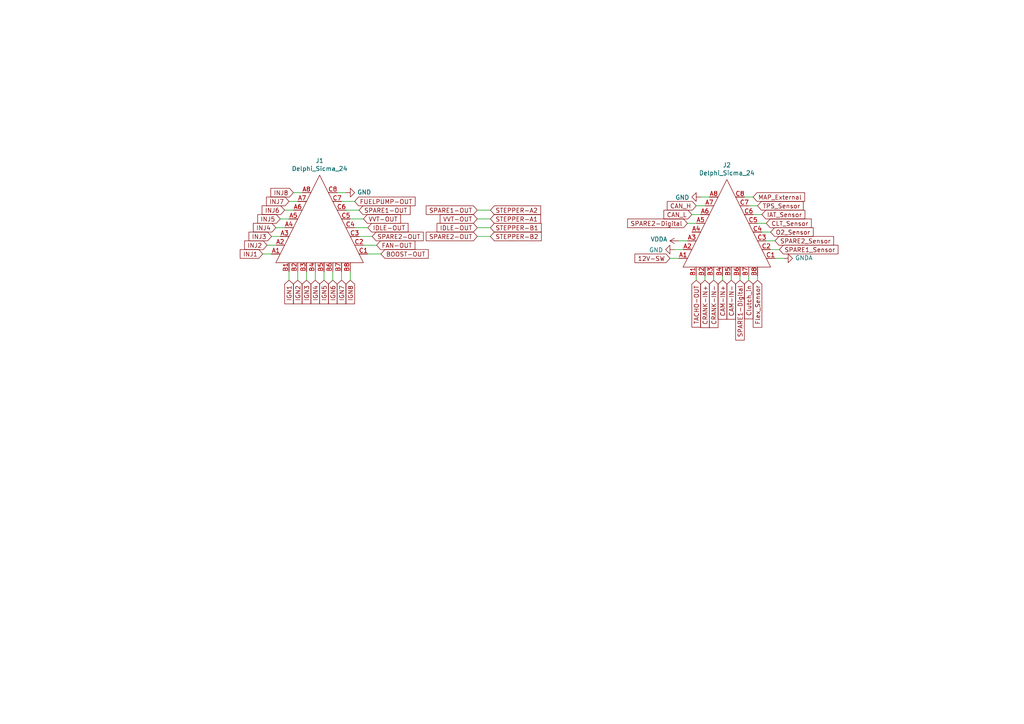
<source format=kicad_sch>
(kicad_sch (version 20230121) (generator eeschema)

  (uuid 1c61f898-9745-4bcb-9a71-630dc3adf9d0)

  (paper "A4")

  (lib_symbols
    (symbol "Connector_Automotive:Delphi_Sicma_24" (pin_names (offset 1.016)) (in_bom yes) (on_board yes)
      (property "Reference" "J" (at 0 1.27 0)
        (effects (font (size 1.27 1.27)))
      )
      (property "Value" "Delphi_Sicma_24" (at 0 -5.08 0)
        (effects (font (size 1.27 1.27)))
      )
      (property "Footprint" "Connector_Automotive:Delphi_Sicma_24_Black" (at 0 0 0)
        (effects (font (size 1.27 1.27)) hide)
      )
      (property "Datasheet" "" (at 0 0 0)
        (effects (font (size 1.27 1.27)) hide)
      )
      (symbol "Delphi_Sicma_24_0_1"
        (polyline
          (pts
            (xy -12.7 -12.7)
            (xy 0 12.7)
            (xy 12.7 -12.7)
            (xy -12.7 -12.7)
          )
          (stroke (width 0) (type default))
          (fill (type none))
        )
      )
      (symbol "Delphi_Sicma_24_1_1"
        (pin passive line (at -13.97 -10.16 0) (length 2.54)
          (name "~" (effects (font (size 1.27 1.27))))
          (number "A1" (effects (font (size 1.27 1.27))))
        )
        (pin passive line (at -12.7 -7.62 0) (length 2.54)
          (name "~" (effects (font (size 1.27 1.27))))
          (number "A2" (effects (font (size 1.27 1.27))))
        )
        (pin passive line (at -11.43 -5.08 0) (length 2.54)
          (name "~" (effects (font (size 1.27 1.27))))
          (number "A3" (effects (font (size 1.27 1.27))))
        )
        (pin passive line (at -10.16 -2.54 0) (length 2.54)
          (name "~" (effects (font (size 1.27 1.27))))
          (number "A4" (effects (font (size 1.27 1.27))))
        )
        (pin passive line (at -8.89 0 0) (length 2.54)
          (name "~" (effects (font (size 1.27 1.27))))
          (number "A5" (effects (font (size 1.27 1.27))))
        )
        (pin passive line (at -7.62 2.54 0) (length 2.54)
          (name "~" (effects (font (size 1.27 1.27))))
          (number "A6" (effects (font (size 1.27 1.27))))
        )
        (pin passive line (at -6.35 5.08 0) (length 2.54)
          (name "~" (effects (font (size 1.27 1.27))))
          (number "A7" (effects (font (size 1.27 1.27))))
        )
        (pin passive line (at -5.08 7.62 0) (length 2.54)
          (name "~" (effects (font (size 1.27 1.27))))
          (number "A8" (effects (font (size 1.27 1.27))))
        )
        (pin passive line (at -8.89 -15.24 90) (length 2.54)
          (name "~" (effects (font (size 1.27 1.27))))
          (number "B1" (effects (font (size 1.27 1.27))))
        )
        (pin passive line (at -6.35 -15.24 90) (length 2.54)
          (name "~" (effects (font (size 1.27 1.27))))
          (number "B2" (effects (font (size 1.27 1.27))))
        )
        (pin passive line (at -3.81 -15.24 90) (length 2.54)
          (name "~" (effects (font (size 1.27 1.27))))
          (number "B3" (effects (font (size 1.27 1.27))))
        )
        (pin passive line (at -1.27 -15.24 90) (length 2.54)
          (name "~" (effects (font (size 1.27 1.27))))
          (number "B4" (effects (font (size 1.27 1.27))))
        )
        (pin passive line (at 1.27 -15.24 90) (length 2.54)
          (name "~" (effects (font (size 1.27 1.27))))
          (number "B5" (effects (font (size 1.27 1.27))))
        )
        (pin passive line (at 3.81 -15.24 90) (length 2.54)
          (name "~" (effects (font (size 1.27 1.27))))
          (number "B6" (effects (font (size 1.27 1.27))))
        )
        (pin passive line (at 6.35 -15.24 90) (length 2.54)
          (name "~" (effects (font (size 1.27 1.27))))
          (number "B7" (effects (font (size 1.27 1.27))))
        )
        (pin passive line (at 8.89 -15.24 90) (length 2.54)
          (name "~" (effects (font (size 1.27 1.27))))
          (number "B8" (effects (font (size 1.27 1.27))))
        )
        (pin passive line (at 13.97 -10.16 180) (length 2.54)
          (name "~" (effects (font (size 1.27 1.27))))
          (number "C1" (effects (font (size 1.27 1.27))))
        )
        (pin passive line (at 12.7 -7.62 180) (length 2.54)
          (name "~" (effects (font (size 1.27 1.27))))
          (number "C2" (effects (font (size 1.27 1.27))))
        )
        (pin passive line (at 11.43 -5.08 180) (length 2.54)
          (name "~" (effects (font (size 1.27 1.27))))
          (number "C3" (effects (font (size 1.27 1.27))))
        )
        (pin passive line (at 10.16 -2.54 180) (length 2.54)
          (name "~" (effects (font (size 1.27 1.27))))
          (number "C4" (effects (font (size 1.27 1.27))))
        )
        (pin passive line (at 8.89 0 180) (length 2.54)
          (name "~" (effects (font (size 1.27 1.27))))
          (number "C5" (effects (font (size 1.27 1.27))))
        )
        (pin passive line (at 7.62 2.54 180) (length 2.54)
          (name "~" (effects (font (size 1.27 1.27))))
          (number "C6" (effects (font (size 1.27 1.27))))
        )
        (pin passive line (at 6.35 5.08 180) (length 2.54)
          (name "~" (effects (font (size 1.27 1.27))))
          (number "C7" (effects (font (size 1.27 1.27))))
        )
        (pin passive line (at 5.08 7.62 180) (length 2.54)
          (name "~" (effects (font (size 1.27 1.27))))
          (number "C8" (effects (font (size 1.27 1.27))))
        )
      )
    )
    (symbol "power:GND" (power) (pin_names (offset 0)) (in_bom yes) (on_board yes)
      (property "Reference" "#PWR" (at 0 -6.35 0)
        (effects (font (size 1.27 1.27)) hide)
      )
      (property "Value" "GND" (at 0 -3.81 0)
        (effects (font (size 1.27 1.27)))
      )
      (property "Footprint" "" (at 0 0 0)
        (effects (font (size 1.27 1.27)) hide)
      )
      (property "Datasheet" "" (at 0 0 0)
        (effects (font (size 1.27 1.27)) hide)
      )
      (property "ki_keywords" "power-flag" (at 0 0 0)
        (effects (font (size 1.27 1.27)) hide)
      )
      (property "ki_description" "Power symbol creates a global label with name \"GND\" , ground" (at 0 0 0)
        (effects (font (size 1.27 1.27)) hide)
      )
      (symbol "GND_0_1"
        (polyline
          (pts
            (xy 0 0)
            (xy 0 -1.27)
            (xy 1.27 -1.27)
            (xy 0 -2.54)
            (xy -1.27 -1.27)
            (xy 0 -1.27)
          )
          (stroke (width 0) (type default))
          (fill (type none))
        )
      )
      (symbol "GND_1_1"
        (pin power_in line (at 0 0 270) (length 0) hide
          (name "GND" (effects (font (size 1.27 1.27))))
          (number "1" (effects (font (size 1.27 1.27))))
        )
      )
    )
    (symbol "power:GNDA" (power) (pin_names (offset 0)) (in_bom yes) (on_board yes)
      (property "Reference" "#PWR" (at 0 -6.35 0)
        (effects (font (size 1.27 1.27)) hide)
      )
      (property "Value" "GNDA" (at 0 -3.81 0)
        (effects (font (size 1.27 1.27)))
      )
      (property "Footprint" "" (at 0 0 0)
        (effects (font (size 1.27 1.27)) hide)
      )
      (property "Datasheet" "" (at 0 0 0)
        (effects (font (size 1.27 1.27)) hide)
      )
      (property "ki_keywords" "power-flag" (at 0 0 0)
        (effects (font (size 1.27 1.27)) hide)
      )
      (property "ki_description" "Power symbol creates a global label with name \"GNDA\" , analog ground" (at 0 0 0)
        (effects (font (size 1.27 1.27)) hide)
      )
      (symbol "GNDA_0_1"
        (polyline
          (pts
            (xy 0 0)
            (xy 0 -1.27)
            (xy 1.27 -1.27)
            (xy 0 -2.54)
            (xy -1.27 -1.27)
            (xy 0 -1.27)
          )
          (stroke (width 0) (type default))
          (fill (type none))
        )
      )
      (symbol "GNDA_1_1"
        (pin power_in line (at 0 0 270) (length 0) hide
          (name "GNDA" (effects (font (size 1.27 1.27))))
          (number "1" (effects (font (size 1.27 1.27))))
        )
      )
    )
    (symbol "power:VDDA" (power) (pin_names (offset 0)) (in_bom yes) (on_board yes)
      (property "Reference" "#PWR" (at 0 -3.81 0)
        (effects (font (size 1.27 1.27)) hide)
      )
      (property "Value" "VDDA" (at 0 3.81 0)
        (effects (font (size 1.27 1.27)))
      )
      (property "Footprint" "" (at 0 0 0)
        (effects (font (size 1.27 1.27)) hide)
      )
      (property "Datasheet" "" (at 0 0 0)
        (effects (font (size 1.27 1.27)) hide)
      )
      (property "ki_keywords" "power-flag" (at 0 0 0)
        (effects (font (size 1.27 1.27)) hide)
      )
      (property "ki_description" "Power symbol creates a global label with name \"VDDA\"" (at 0 0 0)
        (effects (font (size 1.27 1.27)) hide)
      )
      (symbol "VDDA_0_1"
        (polyline
          (pts
            (xy -0.762 1.27)
            (xy 0 2.54)
          )
          (stroke (width 0) (type default))
          (fill (type none))
        )
        (polyline
          (pts
            (xy 0 0)
            (xy 0 2.54)
          )
          (stroke (width 0) (type default))
          (fill (type none))
        )
        (polyline
          (pts
            (xy 0 2.54)
            (xy 0.762 1.27)
          )
          (stroke (width 0) (type default))
          (fill (type none))
        )
      )
      (symbol "VDDA_1_1"
        (pin power_in line (at 0 0 90) (length 0) hide
          (name "VDDA" (effects (font (size 1.27 1.27))))
          (number "1" (effects (font (size 1.27 1.27))))
        )
      )
    )
  )


  (wire (pts (xy 102.87 58.42) (xy 99.06 58.42))
    (stroke (width 0) (type default))
    (uuid 0ae5e10d-74e5-4682-9392-20ca639ebf2d)
  )
  (wire (pts (xy 201.93 59.69) (xy 204.47 59.69))
    (stroke (width 0) (type default))
    (uuid 10e3ca4b-6dd6-46d0-b031-216fa78fc3f9)
  )
  (wire (pts (xy 80.01 66.04) (xy 82.55 66.04))
    (stroke (width 0) (type default))
    (uuid 157a80a4-0f35-4b7b-acd9-874ea2f1881d)
  )
  (wire (pts (xy 227.33 74.93) (xy 224.79 74.93))
    (stroke (width 0) (type default))
    (uuid 1b15444f-374f-4d35-b787-da86cdf65834)
  )
  (wire (pts (xy 196.85 69.85) (xy 199.39 69.85))
    (stroke (width 0) (type default))
    (uuid 28ec962d-ae1a-40a2-98d7-cae32687f315)
  )
  (wire (pts (xy 219.71 81.28) (xy 219.71 80.01))
    (stroke (width 0) (type default))
    (uuid 32b35f4f-7372-43c0-aa0a-53e046214b2f)
  )
  (wire (pts (xy 204.47 80.01) (xy 204.47 81.28))
    (stroke (width 0) (type default))
    (uuid 39375329-c9cf-4611-99fe-dd5c6de057c2)
  )
  (wire (pts (xy 88.9 81.28) (xy 88.9 78.74))
    (stroke (width 0) (type default))
    (uuid 3fd0663a-002f-4da3-9804-a75d93626497)
  )
  (wire (pts (xy 203.2 57.15) (xy 205.74 57.15))
    (stroke (width 0) (type default))
    (uuid 435cc70e-0a97-4583-a1ed-5671180d6eff)
  )
  (wire (pts (xy 96.52 78.74) (xy 96.52 81.28))
    (stroke (width 0) (type default))
    (uuid 43ed61b9-531d-425a-88b1-1300a4e1de2b)
  )
  (wire (pts (xy 222.25 64.77) (xy 219.71 64.77))
    (stroke (width 0) (type default))
    (uuid 4ab7678f-f0a5-4be8-af77-1366d548ccbe)
  )
  (wire (pts (xy 195.58 72.39) (xy 198.12 72.39))
    (stroke (width 0) (type default))
    (uuid 4d78dbb5-f813-4c91-8664-f3c18aaf25b6)
  )
  (wire (pts (xy 138.43 68.58) (xy 142.24 68.58))
    (stroke (width 0) (type default))
    (uuid 50c086ac-d1e4-4912-a27e-10370df1c133)
  )
  (wire (pts (xy 78.74 73.66) (xy 76.2 73.66))
    (stroke (width 0) (type default))
    (uuid 50f3f762-3ffd-4bea-9880-dd80edaf4b44)
  )
  (wire (pts (xy 105.41 71.12) (xy 109.22 71.12))
    (stroke (width 0) (type default))
    (uuid 50f57d44-dd7d-4fad-a1cd-c5c75ef37e61)
  )
  (wire (pts (xy 86.36 58.42) (xy 83.82 58.42))
    (stroke (width 0) (type default))
    (uuid 5210cf7b-1003-4eb3-b3c0-33660c4be3db)
  )
  (wire (pts (xy 102.87 66.04) (xy 106.68 66.04))
    (stroke (width 0) (type default))
    (uuid 5315e07f-06e6-4bd9-82b6-8e946a9e154e)
  )
  (wire (pts (xy 83.82 63.5) (xy 81.28 63.5))
    (stroke (width 0) (type default))
    (uuid 59ad86c4-360f-4221-ac97-0763c14b063a)
  )
  (wire (pts (xy 83.82 81.28) (xy 83.82 78.74))
    (stroke (width 0) (type default))
    (uuid 59db2b12-ce10-4882-91dc-94988ee17a89)
  )
  (wire (pts (xy 85.09 55.88) (xy 87.63 55.88))
    (stroke (width 0) (type default))
    (uuid 5d6d62c1-495f-44ea-b4c6-be4cd2553be2)
  )
  (wire (pts (xy 81.28 68.58) (xy 78.74 68.58))
    (stroke (width 0) (type default))
    (uuid 5fb89d69-f2f2-4c5e-b925-081fe482c99f)
  )
  (wire (pts (xy 209.55 80.01) (xy 209.55 81.28))
    (stroke (width 0) (type default))
    (uuid 6033c745-841b-4fba-999f-d9ad2b7f73e8)
  )
  (wire (pts (xy 203.2 62.23) (xy 200.66 62.23))
    (stroke (width 0) (type default))
    (uuid 60796896-491e-41f2-8dde-06b7fb3ac294)
  )
  (wire (pts (xy 194.31 74.93) (xy 196.85 74.93))
    (stroke (width 0) (type default))
    (uuid 64918e7a-0abb-4f6f-9852-97bcf130e83b)
  )
  (wire (pts (xy 86.36 78.74) (xy 86.36 81.28))
    (stroke (width 0) (type default))
    (uuid 6dbdb7a2-0e4f-411b-bd20-30579351e968)
  )
  (wire (pts (xy 218.44 57.15) (xy 215.9 57.15))
    (stroke (width 0) (type default))
    (uuid 7249d4f5-71d5-4d98-8bda-f893ed029d9e)
  )
  (wire (pts (xy 142.24 60.96) (xy 138.43 60.96))
    (stroke (width 0) (type default))
    (uuid 757f9426-d39d-4b06-885e-881f5f0354f9)
  )
  (wire (pts (xy 207.01 81.28) (xy 207.01 80.01))
    (stroke (width 0) (type default))
    (uuid 7581e61e-8f9a-4759-b2ca-24b8c1550cd6)
  )
  (wire (pts (xy 91.44 78.74) (xy 91.44 81.28))
    (stroke (width 0) (type default))
    (uuid 90307b09-6424-45c0-81ee-f02d430b3de8)
  )
  (wire (pts (xy 199.39 64.77) (xy 201.93 64.77))
    (stroke (width 0) (type default))
    (uuid 964a1ee8-294c-4b80-a89a-4453cd39b9d5)
  )
  (wire (pts (xy 77.47 71.12) (xy 80.01 71.12))
    (stroke (width 0) (type default))
    (uuid 9693ceb7-6783-456c-bcd4-d68500cea810)
  )
  (wire (pts (xy 219.71 59.69) (xy 217.17 59.69))
    (stroke (width 0) (type default))
    (uuid 9af0103c-648e-4802-b70a-5f6d43b7e0f5)
  )
  (wire (pts (xy 212.09 81.28) (xy 212.09 80.01))
    (stroke (width 0) (type default))
    (uuid 9c3344ad-2b12-4670-9290-da422ffdbe3c)
  )
  (wire (pts (xy 224.79 69.85) (xy 222.25 69.85))
    (stroke (width 0) (type default))
    (uuid 9da0868d-9dd6-431d-8405-472373eff475)
  )
  (wire (pts (xy 100.33 55.88) (xy 97.79 55.88))
    (stroke (width 0) (type default))
    (uuid 9fcab6bd-7c04-4982-a1bd-beda8b1100da)
  )
  (wire (pts (xy 104.14 60.96) (xy 100.33 60.96))
    (stroke (width 0) (type default))
    (uuid a0e52c29-03d8-476c-a45e-cec7ac3a054f)
  )
  (wire (pts (xy 107.95 68.58) (xy 104.14 68.58))
    (stroke (width 0) (type default))
    (uuid a78be91f-2d56-45cb-8fb5-7dca095b31e3)
  )
  (wire (pts (xy 105.41 63.5) (xy 101.6 63.5))
    (stroke (width 0) (type default))
    (uuid a95985e1-709a-4dea-b84c-e17e6f721bd1)
  )
  (wire (pts (xy 82.55 60.96) (xy 85.09 60.96))
    (stroke (width 0) (type default))
    (uuid b3f1ef60-8ff0-4809-86be-088204b229cd)
  )
  (wire (pts (xy 101.6 78.74) (xy 101.6 81.28))
    (stroke (width 0) (type default))
    (uuid b757faa9-d0bc-4d18-99e5-4406e5985e34)
  )
  (wire (pts (xy 93.98 81.28) (xy 93.98 78.74))
    (stroke (width 0) (type default))
    (uuid bd184c1e-dea7-4f6a-9efe-5db1a1e68d0b)
  )
  (wire (pts (xy 220.98 67.31) (xy 223.52 67.31))
    (stroke (width 0) (type default))
    (uuid c254d62d-da71-4878-93ec-01c9a953e41b)
  )
  (wire (pts (xy 223.52 72.39) (xy 226.06 72.39))
    (stroke (width 0) (type default))
    (uuid c76133af-ee07-47f5-9e0e-b2494f05cfee)
  )
  (wire (pts (xy 214.63 81.28) (xy 214.63 80.01))
    (stroke (width 0) (type default))
    (uuid d1d65ee3-b754-47c0-b7ba-6bd9d2afc4e6)
  )
  (wire (pts (xy 99.06 81.28) (xy 99.06 78.74))
    (stroke (width 0) (type default))
    (uuid d3c075aa-25b2-496e-a28f-29f31c859e31)
  )
  (wire (pts (xy 217.17 80.01) (xy 217.17 81.28))
    (stroke (width 0) (type default))
    (uuid d41e8515-b53e-4ac4-a931-677a307cb6bb)
  )
  (wire (pts (xy 142.24 66.04) (xy 138.43 66.04))
    (stroke (width 0) (type default))
    (uuid db83a5d9-e021-4509-94e6-3eba01d62283)
  )
  (wire (pts (xy 138.43 63.5) (xy 142.24 63.5))
    (stroke (width 0) (type default))
    (uuid e03ce741-d803-4edd-a479-e9088f829415)
  )
  (wire (pts (xy 218.44 62.23) (xy 220.98 62.23))
    (stroke (width 0) (type default))
    (uuid e9999b27-52cc-41e4-afae-8d04f7d483bf)
  )
  (wire (pts (xy 201.93 81.28) (xy 201.93 80.01))
    (stroke (width 0) (type default))
    (uuid eb0a9e7b-4d6b-46c0-a41d-847bbfdfa276)
  )
  (wire (pts (xy 110.49 73.66) (xy 106.68 73.66))
    (stroke (width 0) (type default))
    (uuid f2b3dadd-d936-4856-bcc5-cece5516cd31)
  )

  (global_label "CAM-IN-" (shape input) (at 212.09 81.28 270) (fields_autoplaced)
    (effects (font (size 1.27 1.27)) (justify right))
    (uuid 0941803c-d5b2-4438-84ba-e5326d4322e3)
    (property "Intersheetrefs" "${INTERSHEET_REFS}" (at 212.09 92.4217 90)
      (effects (font (size 1.27 1.27)) (justify right) hide)
    )
  )
  (global_label "CAN_H" (shape input) (at 201.93 59.69 180) (fields_autoplaced)
    (effects (font (size 1.27 1.27)) (justify right))
    (uuid 0bc5272f-685b-41d7-a93c-0b3f0a1269bf)
    (property "Intersheetrefs" "${INTERSHEET_REFS}" (at 193.6912 59.69 0)
      (effects (font (size 1.27 1.27)) (justify right) hide)
    )
  )
  (global_label "O2_Sensor" (shape input) (at 223.52 67.31 0) (fields_autoplaced)
    (effects (font (size 1.27 1.27)) (justify left))
    (uuid 0c2dee59-509f-4056-84fc-63392b185abe)
    (property "Intersheetrefs" "${INTERSHEET_REFS}" (at 235.6896 67.31 0)
      (effects (font (size 1.27 1.27)) (justify left) hide)
    )
  )
  (global_label "IGN2" (shape input) (at 86.36 81.28 270) (fields_autoplaced)
    (effects (font (size 1.27 1.27)) (justify right))
    (uuid 103a284d-ee0f-4a43-aeda-897caf2e8367)
    (property "Intersheetrefs" "${INTERSHEET_REFS}" (at 86.36 87.9464 90)
      (effects (font (size 1.27 1.27)) (justify right) hide)
    )
  )
  (global_label "IGN4" (shape input) (at 91.44 81.28 270) (fields_autoplaced)
    (effects (font (size 1.27 1.27)) (justify right))
    (uuid 12a205b4-9f3b-4d1c-b80b-efc9c8e625b6)
    (property "Intersheetrefs" "${INTERSHEET_REFS}" (at 91.44 87.9464 90)
      (effects (font (size 1.27 1.27)) (justify right) hide)
    )
  )
  (global_label "IAT_Sensor" (shape input) (at 220.98 62.23 0) (fields_autoplaced)
    (effects (font (size 1.27 1.27)) (justify left))
    (uuid 1926b233-986e-4869-a442-b5e3ca8b3bbc)
    (property "Intersheetrefs" "${INTERSHEET_REFS}" (at 233.2706 62.23 0)
      (effects (font (size 1.27 1.27)) (justify left) hide)
    )
  )
  (global_label "INJ6" (shape input) (at 82.55 60.96 180) (fields_autoplaced)
    (effects (font (size 1.27 1.27)) (justify right))
    (uuid 1a604fa8-8809-498a-9c51-7ce0a36303b8)
    (property "Intersheetrefs" "${INTERSHEET_REFS}" (at 76.186 60.96 0)
      (effects (font (size 1.27 1.27)) (justify right) hide)
    )
  )
  (global_label "SPARE2-Digital" (shape input) (at 199.39 64.77 180) (fields_autoplaced)
    (effects (font (size 1.27 1.27)) (justify right))
    (uuid 1d204aa6-a518-43b9-a5b1-23f9a215d4d4)
    (property "Intersheetrefs" "${INTERSHEET_REFS}" (at 182.2009 64.77 0)
      (effects (font (size 1.27 1.27)) (justify right) hide)
    )
  )
  (global_label "FAN-OUT" (shape input) (at 109.22 71.12 0) (fields_autoplaced)
    (effects (font (size 1.27 1.27)) (justify left))
    (uuid 20d48b2f-0d97-4554-a2d3-cb57ff629c58)
    (property "Intersheetrefs" "${INTERSHEET_REFS}" (at 120.1803 71.12 0)
      (effects (font (size 1.27 1.27)) (justify left) hide)
    )
  )
  (global_label "IGN7" (shape input) (at 99.06 81.28 270) (fields_autoplaced)
    (effects (font (size 1.27 1.27)) (justify right))
    (uuid 25ce5d25-3793-4d86-abee-e0637cf2584a)
    (property "Intersheetrefs" "${INTERSHEET_REFS}" (at 99.06 87.9464 90)
      (effects (font (size 1.27 1.27)) (justify right) hide)
    )
  )
  (global_label "STEPPER-A1" (shape input) (at 142.24 63.5 0) (fields_autoplaced)
    (effects (font (size 1.27 1.27)) (justify left))
    (uuid 279d721d-83fb-46e0-afd9-3e98a6459ef3)
    (property "Intersheetrefs" "${INTERSHEET_REFS}" (at 156.6472 63.5 0)
      (effects (font (size 1.27 1.27)) (justify left) hide)
    )
  )
  (global_label "IGN5" (shape input) (at 93.98 81.28 270) (fields_autoplaced)
    (effects (font (size 1.27 1.27)) (justify right))
    (uuid 2f60dc17-fd35-4d05-8750-dcc87a16d2e4)
    (property "Intersheetrefs" "${INTERSHEET_REFS}" (at 93.98 87.9464 90)
      (effects (font (size 1.27 1.27)) (justify right) hide)
    )
  )
  (global_label "CAM-IN+" (shape input) (at 209.55 81.28 270) (fields_autoplaced)
    (effects (font (size 1.27 1.27)) (justify right))
    (uuid 3133fd3e-2297-44d6-aa52-6c177ccece16)
    (property "Intersheetrefs" "${INTERSHEET_REFS}" (at 209.55 92.4217 90)
      (effects (font (size 1.27 1.27)) (justify right) hide)
    )
  )
  (global_label "IDLE-OUT" (shape input) (at 106.68 66.04 0) (fields_autoplaced)
    (effects (font (size 1.27 1.27)) (justify left))
    (uuid 343a1668-7762-46c7-9fd5-7dde82b71b61)
    (property "Intersheetrefs" "${INTERSHEET_REFS}" (at 118.1845 66.04 0)
      (effects (font (size 1.27 1.27)) (justify left) hide)
    )
  )
  (global_label "CLT_Sensor" (shape input) (at 222.25 64.77 0) (fields_autoplaced)
    (effects (font (size 1.27 1.27)) (justify left))
    (uuid 3da8e78f-3ad5-4147-8a70-275a8678255c)
    (property "Intersheetrefs" "${INTERSHEET_REFS}" (at 235.1453 64.77 0)
      (effects (font (size 1.27 1.27)) (justify left) hide)
    )
  )
  (global_label "IGN1" (shape input) (at 83.82 81.28 270) (fields_autoplaced)
    (effects (font (size 1.27 1.27)) (justify right))
    (uuid 43910604-d34f-4088-a770-412fdaa9ce5e)
    (property "Intersheetrefs" "${INTERSHEET_REFS}" (at 83.82 87.9464 90)
      (effects (font (size 1.27 1.27)) (justify right) hide)
    )
  )
  (global_label "SPARE2-OUT" (shape input) (at 107.95 68.58 0) (fields_autoplaced)
    (effects (font (size 1.27 1.27)) (justify left))
    (uuid 446a51c2-8d8e-4def-a3ce-32c952a01f96)
    (property "Intersheetrefs" "${INTERSHEET_REFS}" (at 122.5992 68.58 0)
      (effects (font (size 1.27 1.27)) (justify left) hide)
    )
  )
  (global_label "BOOST-OUT" (shape input) (at 110.49 73.66 0) (fields_autoplaced)
    (effects (font (size 1.27 1.27)) (justify left))
    (uuid 4e86629b-51d8-4101-88b3-0fb8b38590cb)
    (property "Intersheetrefs" "${INTERSHEET_REFS}" (at 124.0507 73.66 0)
      (effects (font (size 1.27 1.27)) (justify left) hide)
    )
  )
  (global_label "INJ1" (shape input) (at 76.2 73.66 180) (fields_autoplaced)
    (effects (font (size 1.27 1.27)) (justify right))
    (uuid 5410253c-a8cd-4a52-8c5d-a9cfceac5378)
    (property "Intersheetrefs" "${INTERSHEET_REFS}" (at 69.836 73.66 0)
      (effects (font (size 1.27 1.27)) (justify right) hide)
    )
  )
  (global_label "IGN8" (shape input) (at 101.6 81.28 270) (fields_autoplaced)
    (effects (font (size 1.27 1.27)) (justify right))
    (uuid 5deddb52-c5be-4f93-b88c-52f5e4e0aed2)
    (property "Intersheetrefs" "${INTERSHEET_REFS}" (at 101.6 87.9464 90)
      (effects (font (size 1.27 1.27)) (justify right) hide)
    )
  )
  (global_label "Clutch_in" (shape input) (at 217.17 81.28 270) (fields_autoplaced)
    (effects (font (size 1.27 1.27)) (justify right))
    (uuid 65c23a04-03db-4f69-9442-95427f076201)
    (property "Intersheetrefs" "${INTERSHEET_REFS}" (at 217.17 92.3005 90)
      (effects (font (size 1.27 1.27)) (justify right) hide)
    )
  )
  (global_label "SPARE2_Sensor" (shape input) (at 224.79 69.85 0) (fields_autoplaced)
    (effects (font (size 1.27 1.27)) (justify left))
    (uuid 65d5015d-27dd-4e27-85ea-2979314d566b)
    (property "Intersheetrefs" "${INTERSHEET_REFS}" (at 241.6162 69.85 0)
      (effects (font (size 1.27 1.27)) (justify left) hide)
    )
  )
  (global_label "STEPPER-A2" (shape input) (at 142.24 60.96 0) (fields_autoplaced)
    (effects (font (size 1.27 1.27)) (justify left))
    (uuid 6abecc44-48ca-4279-b275-a958545f9f3b)
    (property "Intersheetrefs" "${INTERSHEET_REFS}" (at 156.6472 60.96 0)
      (effects (font (size 1.27 1.27)) (justify left) hide)
    )
  )
  (global_label "SPARE1_Sensor" (shape input) (at 226.06 72.39 0) (fields_autoplaced)
    (effects (font (size 1.27 1.27)) (justify left))
    (uuid 6dbeb569-0e65-465c-8b20-642545dfb449)
    (property "Intersheetrefs" "${INTERSHEET_REFS}" (at 242.8862 72.39 0)
      (effects (font (size 1.27 1.27)) (justify left) hide)
    )
  )
  (global_label "12V-SW" (shape input) (at 194.31 74.93 180) (fields_autoplaced)
    (effects (font (size 1.27 1.27)) (justify right))
    (uuid 6eafbd5a-09d3-41a0-87b5-c1e60eff4ed1)
    (property "Intersheetrefs" "${INTERSHEET_REFS}" (at 184.3175 74.93 0)
      (effects (font (size 1.27 1.27)) (justify right) hide)
    )
  )
  (global_label "TPS_Sensor" (shape input) (at 219.71 59.69 0) (fields_autoplaced)
    (effects (font (size 1.27 1.27)) (justify left))
    (uuid 828f1b7d-33c4-491d-afb9-0a7bfd867166)
    (property "Intersheetrefs" "${INTERSHEET_REFS}" (at 232.7867 59.69 0)
      (effects (font (size 1.27 1.27)) (justify left) hide)
    )
  )
  (global_label "FUELPUMP-OUT" (shape input) (at 102.87 58.42 0) (fields_autoplaced)
    (effects (font (size 1.27 1.27)) (justify left))
    (uuid 89bb55ad-64d1-4381-a913-60b5a75dda66)
    (property "Intersheetrefs" "${INTERSHEET_REFS}" (at 120.2407 58.42 0)
      (effects (font (size 1.27 1.27)) (justify left) hide)
    )
  )
  (global_label "STEPPER-B2" (shape input) (at 142.24 68.58 0) (fields_autoplaced)
    (effects (font (size 1.27 1.27)) (justify left))
    (uuid 8a34078c-a15c-4c87-b9d0-edc42859deff)
    (property "Intersheetrefs" "${INTERSHEET_REFS}" (at 156.8286 68.58 0)
      (effects (font (size 1.27 1.27)) (justify left) hide)
    )
  )
  (global_label "IDLE-OUT" (shape input) (at 138.43 66.04 180) (fields_autoplaced)
    (effects (font (size 1.27 1.27)) (justify right))
    (uuid 8b2f3910-d416-4286-b370-dbb8999bab3f)
    (property "Intersheetrefs" "${INTERSHEET_REFS}" (at 126.9255 66.04 0)
      (effects (font (size 1.27 1.27)) (justify right) hide)
    )
  )
  (global_label "INJ8" (shape input) (at 85.09 55.88 180) (fields_autoplaced)
    (effects (font (size 1.27 1.27)) (justify right))
    (uuid 90dd16e7-d068-412a-b518-16a1e9fa0d08)
    (property "Intersheetrefs" "${INTERSHEET_REFS}" (at 78.726 55.88 0)
      (effects (font (size 1.27 1.27)) (justify right) hide)
    )
  )
  (global_label "MAP_External" (shape input) (at 218.44 57.15 0) (fields_autoplaced)
    (effects (font (size 1.27 1.27)) (justify left))
    (uuid 955e0c96-b70c-4c38-a7d6-08ba4e2c2d5d)
    (property "Intersheetrefs" "${INTERSHEET_REFS}" (at 233.21 57.15 0)
      (effects (font (size 1.27 1.27)) (justify left) hide)
    )
  )
  (global_label "CAN_L" (shape input) (at 200.66 62.23 180) (fields_autoplaced)
    (effects (font (size 1.27 1.27)) (justify right))
    (uuid 9bd3b295-cf9b-4409-8a15-32cee0098743)
    (property "Intersheetrefs" "${INTERSHEET_REFS}" (at 192.7236 62.23 0)
      (effects (font (size 1.27 1.27)) (justify right) hide)
    )
  )
  (global_label "VVT-OUT" (shape input) (at 105.41 63.5 0) (fields_autoplaced)
    (effects (font (size 1.27 1.27)) (justify left))
    (uuid 9cf62153-2e7b-4838-ba92-d00a36e9a345)
    (property "Intersheetrefs" "${INTERSHEET_REFS}" (at 116.0074 63.5 0)
      (effects (font (size 1.27 1.27)) (justify left) hide)
    )
  )
  (global_label "IGN3" (shape input) (at 88.9 81.28 270) (fields_autoplaced)
    (effects (font (size 1.27 1.27)) (justify right))
    (uuid a12ccdb6-3679-4846-a6aa-1c003e3aea6b)
    (property "Intersheetrefs" "${INTERSHEET_REFS}" (at 88.9 87.9464 90)
      (effects (font (size 1.27 1.27)) (justify right) hide)
    )
  )
  (global_label "CRANK-IN-" (shape input) (at 207.01 81.28 270) (fields_autoplaced)
    (effects (font (size 1.27 1.27)) (justify right))
    (uuid a7340d23-8843-4560-8305-7c436d75a484)
    (property "Intersheetrefs" "${INTERSHEET_REFS}" (at 207.01 94.8408 90)
      (effects (font (size 1.27 1.27)) (justify right) hide)
    )
  )
  (global_label "INJ3" (shape input) (at 78.74 68.58 180) (fields_autoplaced)
    (effects (font (size 1.27 1.27)) (justify right))
    (uuid abc3558b-cd90-40eb-bf81-c96c6c3a35f5)
    (property "Intersheetrefs" "${INTERSHEET_REFS}" (at 72.376 68.58 0)
      (effects (font (size 1.27 1.27)) (justify right) hide)
    )
  )
  (global_label "CRANK-IN+" (shape input) (at 204.47 81.28 270) (fields_autoplaced)
    (effects (font (size 1.27 1.27)) (justify right))
    (uuid b7af06ee-5b1c-40be-9efd-44719dc1658e)
    (property "Intersheetrefs" "${INTERSHEET_REFS}" (at 204.47 94.8408 90)
      (effects (font (size 1.27 1.27)) (justify right) hide)
    )
  )
  (global_label "SPARE1-Digital" (shape input) (at 214.63 81.28 270) (fields_autoplaced)
    (effects (font (size 1.27 1.27)) (justify right))
    (uuid be8587eb-f6df-47ae-80f2-ab1f501253e7)
    (property "Intersheetrefs" "${INTERSHEET_REFS}" (at 214.63 98.4691 90)
      (effects (font (size 1.27 1.27)) (justify right) hide)
    )
  )
  (global_label "INJ4" (shape input) (at 80.01 66.04 180) (fields_autoplaced)
    (effects (font (size 1.27 1.27)) (justify right))
    (uuid c1de7c16-0fb5-4855-9c92-9e6b4b6586a6)
    (property "Intersheetrefs" "${INTERSHEET_REFS}" (at 73.646 66.04 0)
      (effects (font (size 1.27 1.27)) (justify right) hide)
    )
  )
  (global_label "INJ7" (shape input) (at 83.82 58.42 180) (fields_autoplaced)
    (effects (font (size 1.27 1.27)) (justify right))
    (uuid c2980f75-7d2e-48ee-a9a6-ca6ce38f0a86)
    (property "Intersheetrefs" "${INTERSHEET_REFS}" (at 77.456 58.42 0)
      (effects (font (size 1.27 1.27)) (justify right) hide)
    )
  )
  (global_label "STEPPER-B1" (shape input) (at 142.24 66.04 0) (fields_autoplaced)
    (effects (font (size 1.27 1.27)) (justify left))
    (uuid c32ef01f-6cc6-4b1c-b8f1-2a57b102b3c0)
    (property "Intersheetrefs" "${INTERSHEET_REFS}" (at 156.8286 66.04 0)
      (effects (font (size 1.27 1.27)) (justify left) hide)
    )
  )
  (global_label "SPARE1-OUT" (shape input) (at 104.14 60.96 0) (fields_autoplaced)
    (effects (font (size 1.27 1.27)) (justify left))
    (uuid c355a4c7-073f-4151-a5d4-acca8f042afe)
    (property "Intersheetrefs" "${INTERSHEET_REFS}" (at 118.7892 60.96 0)
      (effects (font (size 1.27 1.27)) (justify left) hide)
    )
  )
  (global_label "INJ2" (shape input) (at 77.47 71.12 180) (fields_autoplaced)
    (effects (font (size 1.27 1.27)) (justify right))
    (uuid c55a18be-17a4-4d46-b0cd-1b1664d60cad)
    (property "Intersheetrefs" "${INTERSHEET_REFS}" (at 71.106 71.12 0)
      (effects (font (size 1.27 1.27)) (justify right) hide)
    )
  )
  (global_label "SPARE1-OUT" (shape input) (at 138.43 60.96 180) (fields_autoplaced)
    (effects (font (size 1.27 1.27)) (justify right))
    (uuid ca432083-720c-4e4a-ab53-85729828d7a4)
    (property "Intersheetrefs" "${INTERSHEET_REFS}" (at 123.7808 60.96 0)
      (effects (font (size 1.27 1.27)) (justify right) hide)
    )
  )
  (global_label "IGN6" (shape input) (at 96.52 81.28 270) (fields_autoplaced)
    (effects (font (size 1.27 1.27)) (justify right))
    (uuid cb42b511-5680-48c9-9ed5-a830eaedeaa5)
    (property "Intersheetrefs" "${INTERSHEET_REFS}" (at 96.52 87.9464 90)
      (effects (font (size 1.27 1.27)) (justify right) hide)
    )
  )
  (global_label "SPARE2-OUT" (shape input) (at 138.43 68.58 180) (fields_autoplaced)
    (effects (font (size 1.27 1.27)) (justify right))
    (uuid e6f55e57-c10f-46cf-985f-7a37dbbf9653)
    (property "Intersheetrefs" "${INTERSHEET_REFS}" (at 123.7808 68.58 0)
      (effects (font (size 1.27 1.27)) (justify right) hide)
    )
  )
  (global_label "TACHO-OUT" (shape input) (at 201.93 81.28 270) (fields_autoplaced)
    (effects (font (size 1.27 1.27)) (justify right))
    (uuid e91059f8-0995-4c0a-9f86-4c6039d3e580)
    (property "Intersheetrefs" "${INTERSHEET_REFS}" (at 201.93 94.7198 90)
      (effects (font (size 1.27 1.27)) (justify right) hide)
    )
  )
  (global_label "Flex_Sensor" (shape input) (at 219.71 81.28 270) (fields_autoplaced)
    (effects (font (size 1.27 1.27)) (justify right))
    (uuid ec2f4bc2-ba51-4d42-bbd9-5c401abc9629)
    (property "Intersheetrefs" "${INTERSHEET_REFS}" (at 219.71 94.7801 90)
      (effects (font (size 1.27 1.27)) (justify right) hide)
    )
  )
  (global_label "INJ5" (shape input) (at 81.28 63.5 180) (fields_autoplaced)
    (effects (font (size 1.27 1.27)) (justify right))
    (uuid f67f9630-d6be-4af4-8b80-dc4411bff76a)
    (property "Intersheetrefs" "${INTERSHEET_REFS}" (at 74.916 63.5 0)
      (effects (font (size 1.27 1.27)) (justify right) hide)
    )
  )
  (global_label "VVT-OUT" (shape input) (at 138.43 63.5 180) (fields_autoplaced)
    (effects (font (size 1.27 1.27)) (justify right))
    (uuid f8254034-00e9-48c7-952e-43a3450b8f39)
    (property "Intersheetrefs" "${INTERSHEET_REFS}" (at 127.8326 63.5 0)
      (effects (font (size 1.27 1.27)) (justify right) hide)
    )
  )

  (symbol (lib_id "Connector_Automotive:Delphi_Sicma_24") (at 92.71 63.5 0) (unit 1)
    (in_bom yes) (on_board yes) (dnp no)
    (uuid 00000000-0000-0000-0000-00005cb19f95)
    (property "Reference" "J1" (at 92.71 46.609 0)
      (effects (font (size 1.27 1.27)))
    )
    (property "Value" "Delphi_Sicma_24" (at 92.71 48.9204 0)
      (effects (font (size 1.27 1.27)))
    )
    (property "Footprint" "Connector_Automotive:Delphi_Sicma_24_Grey" (at 92.71 63.5 0)
      (effects (font (size 1.27 1.27)) hide)
    )
    (property "Datasheet" "" (at 92.71 63.5 0)
      (effects (font (size 1.27 1.27)) hide)
    )
    (pin "A1" (uuid cb9ab250-343b-4413-8773-fb50b760bb04))
    (pin "A2" (uuid 293823ce-bf40-4f1d-844b-78b07b189c77))
    (pin "A3" (uuid b85a0bc9-bacb-48ff-903c-f5a521000799))
    (pin "A4" (uuid 847a8347-65a6-4885-ae38-7966473111bb))
    (pin "A5" (uuid 38c8765c-46fe-425b-9d7a-3941ad878ff8))
    (pin "A6" (uuid 107357a4-b293-499a-83ec-fde630ac4a77))
    (pin "A7" (uuid e0c8cbc1-51e2-4ce7-ab62-69cdee554788))
    (pin "A8" (uuid 91a8927a-9de9-438c-8077-18038ff23bb1))
    (pin "B1" (uuid 6af199c8-13f7-44e2-a57b-c06940ea56f2))
    (pin "B2" (uuid ba8978be-10fc-45a1-81a3-ec8d8cade4c6))
    (pin "B3" (uuid 3e829f0d-fdb0-47a2-a5af-9129f95ffae9))
    (pin "B4" (uuid 07e08878-cf4d-4734-ab37-2e3aa25337af))
    (pin "B5" (uuid 5abd8eae-8fe4-4958-a44a-3250692931e2))
    (pin "B6" (uuid 221c625b-dd1e-45a0-9da3-d5a73adb62a9))
    (pin "B7" (uuid 83fccf6d-6935-4a49-9b58-478edd62dc76))
    (pin "B8" (uuid bf28de29-3212-4ea6-9bb7-7fd97c951ef5))
    (pin "C1" (uuid 409b1d66-16f6-41a1-9aed-90c6b1c7c46b))
    (pin "C2" (uuid 70897f43-d412-411d-91dd-c8ab52ea9369))
    (pin "C3" (uuid 84d79601-9b82-48bb-a055-750f8f38c562))
    (pin "C4" (uuid 252c4ca4-5222-4d30-b2ee-e54400cd39fb))
    (pin "C5" (uuid 40b36274-1840-49c6-afea-03fc732b1eae))
    (pin "C6" (uuid 70a6417f-aa5b-449a-b30e-d485d18fbb3d))
    (pin "C7" (uuid 7281f346-5d9e-4f71-8b70-958ea2e13352))
    (pin "C8" (uuid b2a4b826-645f-467e-8ac6-a6fdf3576a3e))
    (instances
      (project "OEM_ECU"
        (path "/ebe274a6-1c43-4fa2-9d2a-7756c5a7217c/00000000-0000-0000-0000-00005cb197c8"
          (reference "J1") (unit 1)
        )
      )
    )
  )

  (symbol (lib_id "Connector_Automotive:Delphi_Sicma_24") (at 210.82 64.77 0) (unit 1)
    (in_bom yes) (on_board yes) (dnp no)
    (uuid 00000000-0000-0000-0000-00005cb1b785)
    (property "Reference" "J2" (at 210.82 47.879 0)
      (effects (font (size 1.27 1.27)))
    )
    (property "Value" "Delphi_Sicma_24" (at 210.82 50.1904 0)
      (effects (font (size 1.27 1.27)))
    )
    (property "Footprint" "Connector_Automotive:Delphi_Sicma_24_Black" (at 210.82 64.77 0)
      (effects (font (size 1.27 1.27)) hide)
    )
    (property "Datasheet" "" (at 210.82 64.77 0)
      (effects (font (size 1.27 1.27)) hide)
    )
    (pin "A1" (uuid 43b0a3dc-536c-4712-9910-efbbafb30d95))
    (pin "A2" (uuid e686e754-93cc-4331-a938-f9949ca9a0d2))
    (pin "A3" (uuid 44e27fe7-0a5a-4f0f-98ac-307e3a6f53b4))
    (pin "A4" (uuid d830daa2-a9b8-41c7-bef6-ed9486bc304b))
    (pin "A5" (uuid 8dd1de42-f8b7-4190-b9a4-89d49177166d))
    (pin "A6" (uuid 1aff09c6-e82c-4a3a-95f4-254c95ad85c0))
    (pin "A7" (uuid f534549d-a0fe-4f0a-9f0a-e54d08404c00))
    (pin "A8" (uuid c1cc34a7-92f8-4142-802e-ca226f050b47))
    (pin "B1" (uuid 6f26c257-db25-40ce-84c2-ac7928691dae))
    (pin "B2" (uuid 29a5d72c-2ec6-4260-b8fd-78a10c094f36))
    (pin "B3" (uuid 46850366-3c0c-41ac-9355-690f575770e4))
    (pin "B4" (uuid 81c50454-67c9-4d0e-8429-a052fd864a29))
    (pin "B5" (uuid 444b95f8-8c63-4ce6-8df1-23a4982ccc40))
    (pin "B6" (uuid fc01945a-0f3e-4ccb-869e-e232ff747d9c))
    (pin "B7" (uuid 1a080af0-47c3-45ab-bc07-91fd5360f843))
    (pin "B8" (uuid 9bcd9781-7490-4d61-aa7b-a1f19b5e2746))
    (pin "C1" (uuid bc2b5c77-1517-4def-ac25-8b4a68da13d7))
    (pin "C2" (uuid 779c0d5f-535b-4e19-92e5-91a3e5322759))
    (pin "C3" (uuid a5869d5f-55d7-4142-89e2-f7aaac64ff9b))
    (pin "C4" (uuid 7f4e2763-9eaf-403f-a259-43cdce5d501c))
    (pin "C5" (uuid 714bd291-2714-44d8-a7b8-6781add9b2e0))
    (pin "C6" (uuid 7d54bf8e-f133-4464-8266-880bafbe1196))
    (pin "C7" (uuid 013391d6-71f8-48a2-ad04-274ebd43ffc0))
    (pin "C8" (uuid d6a628a3-74f3-4e24-acf3-9de677b2a9a4))
    (instances
      (project "OEM_ECU"
        (path "/ebe274a6-1c43-4fa2-9d2a-7756c5a7217c/00000000-0000-0000-0000-00005cb197c8"
          (reference "J2") (unit 1)
        )
      )
    )
  )

  (symbol (lib_id "power:GNDA") (at 227.33 74.93 90) (unit 1)
    (in_bom yes) (on_board yes) (dnp no)
    (uuid 00000000-0000-0000-0000-00005d20db50)
    (property "Reference" "#PWR0154" (at 233.68 74.93 0)
      (effects (font (size 1.27 1.27)) hide)
    )
    (property "Value" "GNDA" (at 230.5812 74.803 90)
      (effects (font (size 1.27 1.27)) (justify right))
    )
    (property "Footprint" "" (at 227.33 74.93 0)
      (effects (font (size 1.27 1.27)) hide)
    )
    (property "Datasheet" "" (at 227.33 74.93 0)
      (effects (font (size 1.27 1.27)) hide)
    )
    (pin "1" (uuid bfcea11a-f536-4ff2-a606-a279cb227a21))
    (instances
      (project "OEM_ECU"
        (path "/ebe274a6-1c43-4fa2-9d2a-7756c5a7217c/00000000-0000-0000-0000-00005cb197c8"
          (reference "#PWR0154") (unit 1)
        )
      )
    )
  )

  (symbol (lib_id "power:GND") (at 100.33 55.88 90) (unit 1)
    (in_bom yes) (on_board yes) (dnp no)
    (uuid 00000000-0000-0000-0000-00005d6608fd)
    (property "Reference" "#PWR0156" (at 106.68 55.88 0)
      (effects (font (size 1.27 1.27)) hide)
    )
    (property "Value" "GND" (at 103.5812 55.753 90)
      (effects (font (size 1.27 1.27)) (justify right))
    )
    (property "Footprint" "" (at 100.33 55.88 0)
      (effects (font (size 1.27 1.27)) hide)
    )
    (property "Datasheet" "" (at 100.33 55.88 0)
      (effects (font (size 1.27 1.27)) hide)
    )
    (pin "1" (uuid 2ffac566-8c36-4ffd-a382-5b0f38377f31))
    (instances
      (project "OEM_ECU"
        (path "/ebe274a6-1c43-4fa2-9d2a-7756c5a7217c/00000000-0000-0000-0000-00005cb197c8"
          (reference "#PWR0156") (unit 1)
        )
      )
    )
  )

  (symbol (lib_id "power:GND") (at 203.2 57.15 270) (unit 1)
    (in_bom yes) (on_board yes) (dnp no)
    (uuid 00000000-0000-0000-0000-00005d66e4b7)
    (property "Reference" "#PWR0137" (at 196.85 57.15 0)
      (effects (font (size 1.27 1.27)) hide)
    )
    (property "Value" "GND" (at 199.9488 57.277 90)
      (effects (font (size 1.27 1.27)) (justify right))
    )
    (property "Footprint" "" (at 203.2 57.15 0)
      (effects (font (size 1.27 1.27)) hide)
    )
    (property "Datasheet" "" (at 203.2 57.15 0)
      (effects (font (size 1.27 1.27)) hide)
    )
    (pin "1" (uuid 30f15049-e559-4aa5-b487-80b41eb8e373))
    (instances
      (project "OEM_ECU"
        (path "/ebe274a6-1c43-4fa2-9d2a-7756c5a7217c/00000000-0000-0000-0000-00005cb197c8"
          (reference "#PWR0137") (unit 1)
        )
      )
    )
  )

  (symbol (lib_id "power:VDDA") (at 196.85 69.85 90) (unit 1)
    (in_bom yes) (on_board yes) (dnp no)
    (uuid 00000000-0000-0000-0000-00005d773153)
    (property "Reference" "#PWR0188" (at 200.66 69.85 0)
      (effects (font (size 1.27 1.27)) hide)
    )
    (property "Value" "VDDA" (at 193.5988 69.3928 90)
      (effects (font (size 1.27 1.27)) (justify left))
    )
    (property "Footprint" "" (at 196.85 69.85 0)
      (effects (font (size 1.27 1.27)) hide)
    )
    (property "Datasheet" "" (at 196.85 69.85 0)
      (effects (font (size 1.27 1.27)) hide)
    )
    (pin "1" (uuid 9782ed9c-8ec5-44ac-a006-4e8dc5b28c7c))
    (instances
      (project "OEM_ECU"
        (path "/ebe274a6-1c43-4fa2-9d2a-7756c5a7217c/00000000-0000-0000-0000-00005cb197c8"
          (reference "#PWR0188") (unit 1)
        )
      )
    )
  )

  (symbol (lib_id "power:GND") (at 195.58 72.39 270) (unit 1)
    (in_bom yes) (on_board yes) (dnp no)
    (uuid 00000000-0000-0000-0000-00005fe3890b)
    (property "Reference" "#PWR0215" (at 189.23 72.39 0)
      (effects (font (size 1.27 1.27)) hide)
    )
    (property "Value" "GND" (at 192.3288 72.517 90)
      (effects (font (size 1.27 1.27)) (justify right))
    )
    (property "Footprint" "" (at 195.58 72.39 0)
      (effects (font (size 1.27 1.27)) hide)
    )
    (property "Datasheet" "" (at 195.58 72.39 0)
      (effects (font (size 1.27 1.27)) hide)
    )
    (pin "1" (uuid 9f04676a-6427-48ed-b2d5-d37ee238cf14))
    (instances
      (project "OEM_ECU"
        (path "/ebe274a6-1c43-4fa2-9d2a-7756c5a7217c/00000000-0000-0000-0000-00005cb197c8"
          (reference "#PWR0215") (unit 1)
        )
      )
    )
  )
)

</source>
